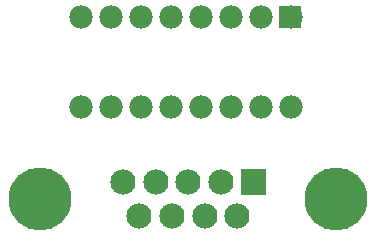
<source format=gbs>
G04 MADE WITH FRITZING*
G04 WWW.FRITZING.ORG*
G04 DOUBLE SIDED*
G04 HOLES PLATED*
G04 CONTOUR ON CENTER OF CONTOUR VECTOR*
%ASAXBY*%
%FSLAX23Y23*%
%MOIN*%
%OFA0B0*%
%SFA1.0B1.0*%
%ADD10C,0.084000*%
%ADD11C,0.210000*%
%ADD12C,0.077559*%
%ADD13R,0.077559X0.077559*%
%ADD14R,0.001000X0.001000*%
%LNMASK0*%
G90*
G70*
G54D10*
X844Y226D03*
X735Y226D03*
X626Y226D03*
X517Y226D03*
X407Y226D03*
X789Y114D03*
X680Y114D03*
X571Y114D03*
X462Y114D03*
G54D11*
X1118Y170D03*
X133Y170D03*
G54D12*
X967Y776D03*
X967Y476D03*
X867Y776D03*
X867Y476D03*
X767Y776D03*
X767Y476D03*
X667Y776D03*
X667Y476D03*
X567Y776D03*
X567Y476D03*
X467Y776D03*
X467Y476D03*
X367Y776D03*
X367Y476D03*
X267Y776D03*
X267Y476D03*
G54D13*
X966Y776D03*
G54D14*
X801Y268D02*
X884Y268D01*
X801Y267D02*
X884Y267D01*
X801Y266D02*
X884Y266D01*
X801Y265D02*
X884Y265D01*
X801Y264D02*
X884Y264D01*
X801Y263D02*
X884Y263D01*
X801Y262D02*
X884Y262D01*
X801Y261D02*
X884Y261D01*
X801Y260D02*
X884Y260D01*
X801Y259D02*
X884Y259D01*
X801Y258D02*
X884Y258D01*
X801Y257D02*
X884Y257D01*
X801Y256D02*
X884Y256D01*
X801Y255D02*
X884Y255D01*
X801Y254D02*
X884Y254D01*
X801Y253D02*
X884Y253D01*
X801Y252D02*
X884Y252D01*
X801Y251D02*
X884Y251D01*
X801Y250D02*
X884Y250D01*
X801Y249D02*
X884Y249D01*
X801Y248D02*
X884Y248D01*
X801Y247D02*
X884Y247D01*
X801Y246D02*
X884Y246D01*
X801Y245D02*
X884Y245D01*
X801Y244D02*
X884Y244D01*
X801Y243D02*
X884Y243D01*
X801Y242D02*
X884Y242D01*
X801Y241D02*
X837Y241D01*
X848Y241D02*
X884Y241D01*
X801Y240D02*
X835Y240D01*
X851Y240D02*
X884Y240D01*
X801Y239D02*
X833Y239D01*
X853Y239D02*
X884Y239D01*
X801Y238D02*
X832Y238D01*
X854Y238D02*
X884Y238D01*
X801Y237D02*
X831Y237D01*
X855Y237D02*
X884Y237D01*
X801Y236D02*
X830Y236D01*
X856Y236D02*
X884Y236D01*
X801Y235D02*
X830Y235D01*
X856Y235D02*
X884Y235D01*
X801Y234D02*
X829Y234D01*
X857Y234D02*
X884Y234D01*
X801Y233D02*
X829Y233D01*
X857Y233D02*
X884Y233D01*
X801Y232D02*
X828Y232D01*
X858Y232D02*
X884Y232D01*
X801Y231D02*
X828Y231D01*
X858Y231D02*
X884Y231D01*
X801Y230D02*
X828Y230D01*
X858Y230D02*
X884Y230D01*
X801Y229D02*
X828Y229D01*
X858Y229D02*
X884Y229D01*
X801Y228D02*
X827Y228D01*
X858Y228D02*
X884Y228D01*
X801Y227D02*
X827Y227D01*
X858Y227D02*
X884Y227D01*
X801Y226D02*
X827Y226D01*
X858Y226D02*
X884Y226D01*
X801Y225D02*
X827Y225D01*
X858Y225D02*
X884Y225D01*
X801Y224D02*
X828Y224D01*
X858Y224D02*
X884Y224D01*
X801Y223D02*
X828Y223D01*
X858Y223D02*
X884Y223D01*
X801Y222D02*
X828Y222D01*
X858Y222D02*
X884Y222D01*
X801Y221D02*
X828Y221D01*
X857Y221D02*
X884Y221D01*
X801Y220D02*
X829Y220D01*
X857Y220D02*
X884Y220D01*
X801Y219D02*
X829Y219D01*
X857Y219D02*
X884Y219D01*
X801Y218D02*
X830Y218D01*
X856Y218D02*
X884Y218D01*
X801Y217D02*
X830Y217D01*
X855Y217D02*
X884Y217D01*
X801Y216D02*
X831Y216D01*
X854Y216D02*
X884Y216D01*
X801Y215D02*
X832Y215D01*
X853Y215D02*
X884Y215D01*
X801Y214D02*
X834Y214D01*
X852Y214D02*
X884Y214D01*
X801Y213D02*
X836Y213D01*
X850Y213D02*
X884Y213D01*
X801Y212D02*
X839Y212D01*
X847Y212D02*
X884Y212D01*
X801Y211D02*
X884Y211D01*
X801Y210D02*
X884Y210D01*
X801Y209D02*
X884Y209D01*
X801Y208D02*
X884Y208D01*
X801Y207D02*
X884Y207D01*
X801Y206D02*
X884Y206D01*
X801Y205D02*
X884Y205D01*
X801Y204D02*
X884Y204D01*
X801Y203D02*
X884Y203D01*
X801Y202D02*
X884Y202D01*
X801Y201D02*
X884Y201D01*
X801Y200D02*
X884Y200D01*
X801Y199D02*
X884Y199D01*
X801Y198D02*
X884Y198D01*
X801Y197D02*
X884Y197D01*
X801Y196D02*
X884Y196D01*
X801Y195D02*
X884Y195D01*
X801Y194D02*
X884Y194D01*
X801Y193D02*
X884Y193D01*
X801Y192D02*
X884Y192D01*
X801Y191D02*
X884Y191D01*
X801Y190D02*
X884Y190D01*
X801Y189D02*
X884Y189D01*
X801Y188D02*
X884Y188D01*
X801Y187D02*
X884Y187D01*
X801Y186D02*
X884Y186D01*
X802Y185D02*
X884Y185D01*
D02*
G04 End of Mask0*
M02*
</source>
